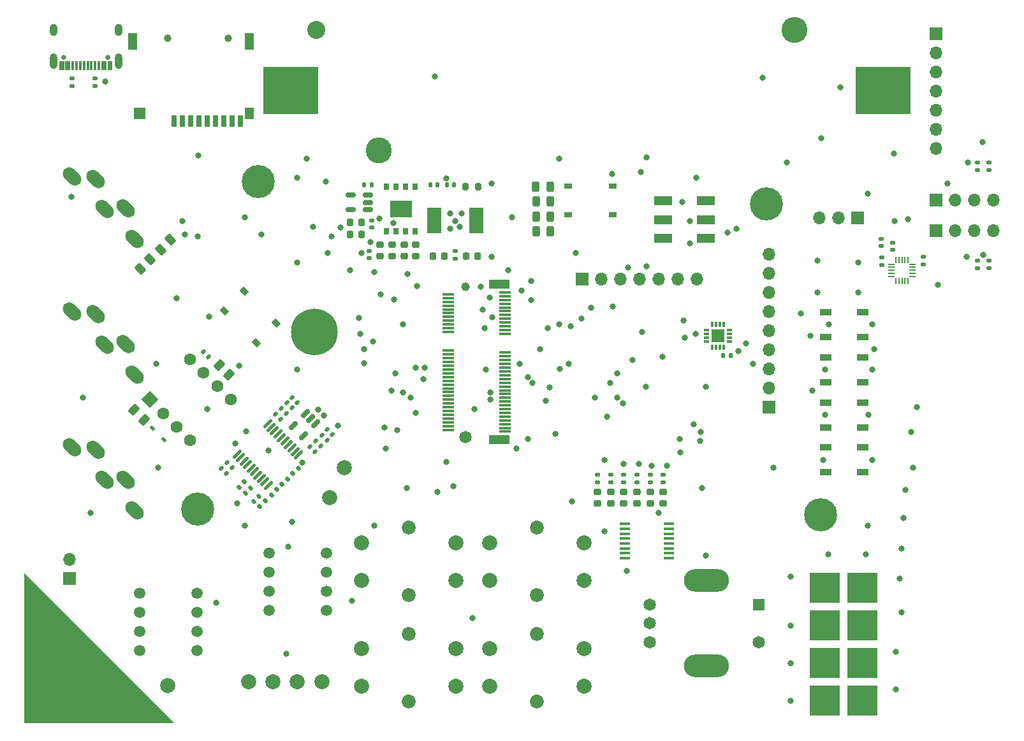
<source format=gbr>
%TF.GenerationSoftware,KiCad,Pcbnew,(6.0.5)*%
%TF.CreationDate,2022-06-20T23:01:54+02:00*%
%TF.ProjectId,clarinoid-devboard,636c6172-696e-46f6-9964-2d646576626f,rev?*%
%TF.SameCoordinates,Original*%
%TF.FileFunction,Soldermask,Top*%
%TF.FilePolarity,Negative*%
%FSLAX46Y46*%
G04 Gerber Fmt 4.6, Leading zero omitted, Abs format (unit mm)*
G04 Created by KiCad (PCBNEW (6.0.5)) date 2022-06-20 23:01:54*
%MOMM*%
%LPD*%
G01*
G04 APERTURE LIST*
G04 Aperture macros list*
%AMRoundRect*
0 Rectangle with rounded corners*
0 $1 Rounding radius*
0 $2 $3 $4 $5 $6 $7 $8 $9 X,Y pos of 4 corners*
0 Add a 4 corners polygon primitive as box body*
4,1,4,$2,$3,$4,$5,$6,$7,$8,$9,$2,$3,0*
0 Add four circle primitives for the rounded corners*
1,1,$1+$1,$2,$3*
1,1,$1+$1,$4,$5*
1,1,$1+$1,$6,$7*
1,1,$1+$1,$8,$9*
0 Add four rect primitives between the rounded corners*
20,1,$1+$1,$2,$3,$4,$5,0*
20,1,$1+$1,$4,$5,$6,$7,0*
20,1,$1+$1,$6,$7,$8,$9,0*
20,1,$1+$1,$8,$9,$2,$3,0*%
%AMHorizOval*
0 Thick line with rounded ends*
0 $1 width*
0 $2 $3 position (X,Y) of the first rounded end (center of the circle)*
0 $4 $5 position (X,Y) of the second rounded end (center of the circle)*
0 Add line between two ends*
20,1,$1,$2,$3,$4,$5,0*
0 Add two circle primitives to create the rounded ends*
1,1,$1,$2,$3*
1,1,$1,$4,$5*%
%AMRotRect*
0 Rectangle, with rotation*
0 The origin of the aperture is its center*
0 $1 length*
0 $2 width*
0 $3 Rotation angle, in degrees counterclockwise*
0 Add horizontal line*
21,1,$1,$2,0,0,$3*%
%AMFreePoly0*
4,1,14,0.354215,0.088284,0.450784,-0.008285,0.462500,-0.036569,0.462500,-0.060000,0.450784,-0.088284,0.422500,-0.100000,-0.422500,-0.100000,-0.450784,-0.088284,-0.462500,-0.060000,-0.462500,0.060000,-0.450784,0.088284,-0.422500,0.100000,0.325931,0.100000,0.354215,0.088284,0.354215,0.088284,$1*%
%AMFreePoly1*
4,1,14,0.450784,0.088284,0.462500,0.060000,0.462500,0.036569,0.450784,0.008285,0.354215,-0.088284,0.325931,-0.100000,-0.422500,-0.100000,-0.450784,-0.088284,-0.462500,-0.060000,-0.462500,0.060000,-0.450784,0.088284,-0.422500,0.100000,0.422500,0.100000,0.450784,0.088284,0.450784,0.088284,$1*%
%AMFreePoly2*
4,1,14,0.088284,0.450784,0.100000,0.422500,0.100000,-0.422500,0.088284,-0.450784,0.060000,-0.462500,-0.060000,-0.462500,-0.088284,-0.450784,-0.100000,-0.422500,-0.100000,0.325931,-0.088284,0.354215,0.008285,0.450784,0.036569,0.462500,0.060000,0.462500,0.088284,0.450784,0.088284,0.450784,$1*%
%AMFreePoly3*
4,1,14,-0.008285,0.450784,0.088284,0.354215,0.100000,0.325931,0.100000,-0.422500,0.088284,-0.450784,0.060000,-0.462500,-0.060000,-0.462500,-0.088284,-0.450784,-0.100000,-0.422500,-0.100000,0.422500,-0.088284,0.450784,-0.060000,0.462500,-0.036569,0.462500,-0.008285,0.450784,-0.008285,0.450784,$1*%
%AMFreePoly4*
4,1,14,0.450784,0.088284,0.462500,0.060000,0.462500,-0.060000,0.450784,-0.088284,0.422500,-0.100000,-0.325931,-0.100000,-0.354215,-0.088284,-0.450784,0.008285,-0.462500,0.036569,-0.462500,0.060000,-0.450784,0.088284,-0.422500,0.100000,0.422500,0.100000,0.450784,0.088284,0.450784,0.088284,$1*%
%AMFreePoly5*
4,1,14,0.450784,0.088284,0.462500,0.060000,0.462500,-0.060000,0.450784,-0.088284,0.422500,-0.100000,-0.422500,-0.100000,-0.450784,-0.088284,-0.462500,-0.060000,-0.462500,-0.036569,-0.450784,-0.008285,-0.354215,0.088284,-0.325931,0.100000,0.422500,0.100000,0.450784,0.088284,0.450784,0.088284,$1*%
%AMFreePoly6*
4,1,14,0.088284,0.450784,0.100000,0.422500,0.100000,-0.325931,0.088284,-0.354215,-0.008285,-0.450784,-0.036569,-0.462500,-0.060000,-0.462500,-0.088284,-0.450784,-0.100000,-0.422500,-0.100000,0.422500,-0.088284,0.450784,-0.060000,0.462500,0.060000,0.462500,0.088284,0.450784,0.088284,0.450784,$1*%
%AMFreePoly7*
4,1,14,0.088284,0.450784,0.100000,0.422500,0.100000,-0.422500,0.088284,-0.450784,0.060000,-0.462500,0.036569,-0.462500,0.008285,-0.450784,-0.088284,-0.354215,-0.100000,-0.325931,-0.100000,0.422500,-0.088284,0.450784,-0.060000,0.462500,0.060000,0.462500,0.088284,0.450784,0.088284,0.450784,$1*%
G04 Aperture macros list end*
%ADD10C,0.000000*%
%ADD11R,1.500000X0.900000*%
%ADD12RoundRect,0.218750X0.256250X-0.218750X0.256250X0.218750X-0.256250X0.218750X-0.256250X-0.218750X0*%
%ADD13RoundRect,0.140000X-0.219203X-0.021213X-0.021213X-0.219203X0.219203X0.021213X0.021213X0.219203X0*%
%ADD14RoundRect,0.225000X0.225000X0.250000X-0.225000X0.250000X-0.225000X-0.250000X0.225000X-0.250000X0*%
%ADD15RoundRect,0.135000X0.185000X-0.135000X0.185000X0.135000X-0.185000X0.135000X-0.185000X-0.135000X0*%
%ADD16R,1.700000X1.700000*%
%ADD17O,1.700000X1.700000*%
%ADD18RoundRect,0.225000X-0.250000X0.225000X-0.250000X-0.225000X0.250000X-0.225000X0.250000X0.225000X0*%
%ADD19RotRect,0.600000X0.450000X315.000000*%
%ADD20C,2.000000*%
%ADD21RotRect,1.600000X1.600000X45.000000*%
%ADD22HorizOval,1.600000X0.000000X0.000000X0.000000X0.000000X0*%
%ADD23RoundRect,0.140000X0.170000X-0.140000X0.170000X0.140000X-0.170000X0.140000X-0.170000X-0.140000X0*%
%ADD24RoundRect,0.135000X0.135000X0.185000X-0.135000X0.185000X-0.135000X-0.185000X0.135000X-0.185000X0*%
%ADD25R,1.475000X0.450000*%
%ADD26C,6.200000*%
%ADD27R,0.700000X0.950000*%
%ADD28R,2.850000X2.250000*%
%ADD29R,2.375000X1.300000*%
%ADD30RoundRect,0.140000X0.021213X-0.219203X0.219203X-0.021213X-0.021213X0.219203X-0.219203X0.021213X0*%
%ADD31C,1.850000*%
%ADD32C,3.450000*%
%ADD33C,2.390000*%
%ADD34R,7.340000X6.350000*%
%ADD35R,1.850000X3.500000*%
%ADD36RoundRect,0.135000X-0.185000X0.135000X-0.185000X-0.135000X0.185000X-0.135000X0.185000X0.135000X0*%
%ADD37C,1.500000*%
%ADD38RoundRect,0.243750X0.243750X0.456250X-0.243750X0.456250X-0.243750X-0.456250X0.243750X-0.456250X0*%
%ADD39RoundRect,0.140000X0.140000X0.170000X-0.140000X0.170000X-0.140000X-0.170000X0.140000X-0.170000X0*%
%ADD40HorizOval,1.700000X0.388909X-0.388909X-0.388909X0.388909X0*%
%ADD41C,0.300000*%
%ADD42RoundRect,0.140000X0.219203X0.021213X0.021213X0.219203X-0.219203X-0.021213X-0.021213X-0.219203X0*%
%ADD43RoundRect,0.243750X-0.243750X-0.456250X0.243750X-0.456250X0.243750X0.456250X-0.243750X0.456250X0*%
%ADD44RoundRect,0.150000X0.512500X0.150000X-0.512500X0.150000X-0.512500X-0.150000X0.512500X-0.150000X0*%
%ADD45RoundRect,0.135000X-0.035355X0.226274X-0.226274X0.035355X0.035355X-0.226274X0.226274X-0.035355X0*%
%ADD46HorizOval,4.500000X-1.590990X1.590990X1.590990X-1.590990X0*%
%ADD47RoundRect,0.250000X0.132583X-0.503814X0.503814X-0.132583X-0.132583X0.503814X-0.503814X0.132583X0*%
%ADD48RoundRect,0.250000X0.503814X0.132583X0.132583X0.503814X-0.503814X-0.132583X-0.132583X-0.503814X0*%
%ADD49FreePoly0,270.000000*%
%ADD50RoundRect,0.050000X-0.050000X0.412500X-0.050000X-0.412500X0.050000X-0.412500X0.050000X0.412500X0*%
%ADD51FreePoly1,270.000000*%
%ADD52FreePoly2,270.000000*%
%ADD53RoundRect,0.050000X-0.412500X0.050000X-0.412500X-0.050000X0.412500X-0.050000X0.412500X0.050000X0*%
%ADD54FreePoly3,270.000000*%
%ADD55FreePoly4,270.000000*%
%ADD56FreePoly5,270.000000*%
%ADD57FreePoly6,270.000000*%
%ADD58FreePoly7,270.000000*%
%ADD59C,1.000000*%
%ADD60R,0.700000X1.600000*%
%ADD61R,1.200000X1.500000*%
%ADD62R,1.200000X2.200000*%
%ADD63R,1.600000X1.500000*%
%ADD64RoundRect,0.135000X0.035355X-0.226274X0.226274X-0.035355X-0.035355X0.226274X-0.226274X0.035355X0*%
%ADD65RoundRect,0.100000X-0.380070X-0.521491X0.521491X0.380070X0.380070X0.521491X-0.521491X-0.380070X0*%
%ADD66R,0.300000X0.800000*%
%ADD67R,0.800000X0.300000*%
%ADD68R,1.800000X1.800000*%
%ADD69C,0.650000*%
%ADD70R,0.300000X1.150000*%
%ADD71O,1.000000X1.600000*%
%ADD72O,1.000000X2.100000*%
%ADD73C,1.150000*%
%ADD74C,1.650000*%
%ADD75R,1.550000X0.300000*%
%ADD76R,2.750000X1.200000*%
%ADD77RoundRect,0.200000X0.200000X0.275000X-0.200000X0.275000X-0.200000X-0.275000X0.200000X-0.275000X0*%
%ADD78RoundRect,0.225000X-0.225000X-0.250000X0.225000X-0.250000X0.225000X0.250000X-0.225000X0.250000X0*%
%ADD79RoundRect,0.140000X-0.140000X-0.170000X0.140000X-0.170000X0.140000X0.170000X-0.140000X0.170000X0*%
%ADD80R,1.000000X0.750000*%
%ADD81R,1.650000X1.650000*%
%ADD82O,6.000000X3.000000*%
%ADD83RoundRect,0.250000X-0.503814X-0.132583X-0.132583X-0.503814X0.503814X0.132583X0.132583X0.503814X0*%
%ADD84RotRect,1.000000X0.750000X315.000000*%
%ADD85RoundRect,0.150000X0.256326X0.468458X-0.468458X-0.256326X-0.256326X-0.468458X0.468458X0.256326X0*%
%ADD86C,4.400000*%
%ADD87C,0.800000*%
G04 APERTURE END LIST*
D10*
G36*
X106660804Y-120447034D02*
G01*
X86660804Y-120447034D01*
X86660804Y-100447034D01*
X106660804Y-120447034D01*
G37*
%TO.C,U5*%
G36*
X195910804Y-109447034D02*
G01*
X199910804Y-109447034D01*
X199910804Y-105447034D01*
X195910804Y-105447034D01*
X195910804Y-109447034D01*
G37*
G36*
X190910804Y-104447034D02*
G01*
X194910804Y-104447034D01*
X194910804Y-100447034D01*
X190910804Y-100447034D01*
X190910804Y-104447034D01*
G37*
G36*
X195910804Y-114447034D02*
G01*
X199910804Y-114447034D01*
X199910804Y-110447034D01*
X195910804Y-110447034D01*
X195910804Y-114447034D01*
G37*
G36*
X190910804Y-119447034D02*
G01*
X194910804Y-119447034D01*
X194910804Y-115447034D01*
X190910804Y-115447034D01*
X190910804Y-119447034D01*
G37*
G36*
X195910804Y-104447034D02*
G01*
X199910804Y-104447034D01*
X199910804Y-100447034D01*
X195910804Y-100447034D01*
X195910804Y-104447034D01*
G37*
G36*
X195910804Y-119447034D02*
G01*
X199910804Y-119447034D01*
X199910804Y-115447034D01*
X195910804Y-115447034D01*
X195910804Y-119447034D01*
G37*
G36*
X190910804Y-114447034D02*
G01*
X194910804Y-114447034D01*
X194910804Y-110447034D01*
X190910804Y-110447034D01*
X190910804Y-114447034D01*
G37*
G36*
X190910804Y-109447034D02*
G01*
X194910804Y-109447034D01*
X194910804Y-105447034D01*
X190910804Y-105447034D01*
X190910804Y-109447034D01*
G37*
%TD*%
D11*
%TO.C,D15*%
X193060804Y-65797034D03*
X193060804Y-69097034D03*
X197960804Y-69097034D03*
X197960804Y-65797034D03*
%TD*%
%TO.C,D14*%
X193060804Y-71797034D03*
X193060804Y-75097034D03*
X197960804Y-75097034D03*
X197960804Y-71797034D03*
%TD*%
%TO.C,D13*%
X193060804Y-77797034D03*
X193060804Y-81097034D03*
X197960804Y-81097034D03*
X197960804Y-77797034D03*
%TD*%
%TO.C,D12*%
X193060804Y-83797034D03*
X193060804Y-87097034D03*
X197960804Y-87097034D03*
X197960804Y-83797034D03*
%TD*%
D12*
%TO.C,D5*%
X171493312Y-91247042D03*
X171493312Y-89672042D03*
%TD*%
D13*
%TO.C,C4*%
X126883077Y-81371386D03*
X127561899Y-82050208D03*
%TD*%
D14*
%TO.C,C28*%
X131420804Y-55512034D03*
X129870804Y-55512034D03*
%TD*%
D15*
%TO.C,R38*%
X164493312Y-88459542D03*
X164493312Y-87439542D03*
%TD*%
D16*
%TO.C,J14*%
X185566565Y-78397523D03*
D17*
X185566565Y-75857523D03*
X185566565Y-73317523D03*
X185566565Y-70777523D03*
X185566565Y-68237523D03*
X185566565Y-65697523D03*
X185566565Y-63157523D03*
X185566565Y-60617523D03*
X185566565Y-58077523D03*
%TD*%
D18*
%TO.C,C21*%
X135460804Y-56797034D03*
X135460804Y-58347034D03*
%TD*%
D12*
%TO.C,D7*%
X169743312Y-91247042D03*
X169743312Y-89672042D03*
%TD*%
D15*
%TO.C,R35*%
X169743312Y-88459542D03*
X169743312Y-87439542D03*
%TD*%
%TO.C,R40*%
X213198312Y-46934542D03*
X213198312Y-45914542D03*
%TD*%
D19*
%TO.C,D6*%
X103675702Y-81230055D03*
X105160626Y-82714979D03*
%TD*%
D16*
%TO.C,J7*%
X92660804Y-101197034D03*
D17*
X92660804Y-98657034D03*
%TD*%
D20*
%TO.C,TP4*%
X122910804Y-114947034D03*
%TD*%
D21*
%TO.C,U8*%
X103286793Y-77447034D03*
D22*
X105082844Y-79243085D03*
X106878895Y-81039136D03*
X108674947Y-82835188D03*
X114063100Y-77447034D03*
X112267049Y-75650983D03*
X110470998Y-73854932D03*
X108674947Y-72058880D03*
%TD*%
D23*
%TO.C,C23*%
X132460804Y-58657034D03*
X132460804Y-57697034D03*
%TD*%
D24*
%TO.C,R10*%
X132770804Y-48912034D03*
X131750804Y-48912034D03*
%TD*%
D23*
%TO.C,C26*%
X132745804Y-54572034D03*
X132745804Y-53612034D03*
%TD*%
D13*
%TO.C,C14*%
X122226946Y-77146256D03*
X122905768Y-77825078D03*
%TD*%
D23*
%TO.C,C25*%
X200468792Y-57032042D03*
X200468792Y-56072042D03*
%TD*%
D12*
%TO.C,D9*%
X166243312Y-91237042D03*
X166243312Y-89662042D03*
%TD*%
D14*
%TO.C,C18*%
X142435804Y-58397034D03*
X140885804Y-58397034D03*
%TD*%
D18*
%TO.C,C20*%
X137060804Y-56797034D03*
X137060804Y-58347034D03*
%TD*%
D25*
%TO.C,IC1*%
X166385312Y-93934542D03*
X166385312Y-94584542D03*
X166385312Y-95234542D03*
X166385312Y-95884542D03*
X166385312Y-96534542D03*
X166385312Y-97184542D03*
X166385312Y-97834542D03*
X166385312Y-98484542D03*
X172261312Y-98484542D03*
X172261312Y-97834542D03*
X172261312Y-97184542D03*
X172261312Y-96534542D03*
X172261312Y-95884542D03*
X172261312Y-95234542D03*
X172261312Y-94584542D03*
X172261312Y-93934542D03*
%TD*%
D26*
%TO.C,H1*%
X125198312Y-68434542D03*
%TD*%
D27*
%TO.C,IC2*%
X138560804Y-49097034D03*
X137290804Y-49097034D03*
X136020804Y-49097034D03*
X134750804Y-49097034D03*
X134750804Y-55047034D03*
X136020804Y-55047034D03*
X137290804Y-55047034D03*
X138560804Y-55047034D03*
D28*
X136655804Y-52072034D03*
%TD*%
D29*
%TO.C,U10*%
X177118804Y-51032034D03*
X177118804Y-53532034D03*
X177118804Y-56032034D03*
X171492804Y-56032034D03*
X171492804Y-53532034D03*
X171492804Y-51032034D03*
%TD*%
D30*
%TO.C,C12*%
X117099730Y-90977956D03*
X117778552Y-90299134D03*
%TD*%
D31*
%TO.C,SW4*%
X137698312Y-117534542D03*
X137698312Y-108534542D03*
D20*
X143948312Y-115534542D03*
X131448312Y-115534542D03*
X143948312Y-110534542D03*
X131448312Y-110534542D03*
%TD*%
D32*
%TO.C,BT1*%
X188918304Y-28346568D03*
D33*
X125388304Y-28346568D03*
D32*
X133718304Y-44346568D03*
D34*
X121988304Y-36346568D03*
X200648304Y-36346568D03*
%TD*%
D35*
%TO.C,L1*%
X141060804Y-53612034D03*
X146660804Y-53612034D03*
%TD*%
D36*
%TO.C,R4*%
X205993312Y-58439542D03*
X205993312Y-59459542D03*
%TD*%
D37*
%TO.C,SW8*%
X126780804Y-105447034D03*
X126780804Y-102907034D03*
X126780804Y-100367034D03*
X126780804Y-97827034D03*
X119160804Y-97827034D03*
X119160804Y-100367034D03*
X119160804Y-102907034D03*
X119160804Y-105447034D03*
%TD*%
D31*
%TO.C,SW3*%
X137698312Y-103434542D03*
X137698312Y-94434542D03*
D20*
X143948312Y-101434542D03*
X131448312Y-101434542D03*
X143948312Y-96434542D03*
X131448312Y-96434542D03*
%TD*%
D15*
%TO.C,R41*%
X214698312Y-46944542D03*
X214698312Y-45924542D03*
%TD*%
D12*
%TO.C,D11*%
X162743312Y-91237042D03*
X162743312Y-89662042D03*
%TD*%
D38*
%TO.C,D1*%
X156518304Y-55096568D03*
X154643304Y-55096568D03*
%TD*%
D39*
%TO.C,C15*%
X143740804Y-48897034D03*
X142780804Y-48897034D03*
%TD*%
D40*
%TO.C,J10*%
X92973798Y-65760028D03*
X96120423Y-66078226D03*
X97322505Y-70108735D03*
X100080221Y-70038024D03*
X101317658Y-74103888D03*
%TD*%
D41*
%TO.C,U5*%
X194410804Y-100947034D03*
X191410804Y-118947034D03*
X193410804Y-105947034D03*
X191410804Y-107447034D03*
X198410804Y-110947034D03*
X194410804Y-112447034D03*
X193410804Y-118947034D03*
X193410804Y-103947034D03*
X192410804Y-105947034D03*
X199410804Y-100947034D03*
X198410804Y-107447034D03*
X191410804Y-103947034D03*
X197410804Y-118947034D03*
X193410804Y-107447034D03*
X198410804Y-103947034D03*
X198410804Y-105947034D03*
X199410804Y-102447034D03*
X192410804Y-112447034D03*
X192410804Y-118947034D03*
X193410804Y-110947034D03*
X196410804Y-117447034D03*
X197410804Y-102447034D03*
X197410804Y-100947034D03*
X191410804Y-105947034D03*
X194410804Y-105947034D03*
X199410804Y-118947034D03*
X191410804Y-112447034D03*
X196410804Y-108947034D03*
X198410804Y-100947034D03*
X191410804Y-110947034D03*
X197410804Y-117447034D03*
X193410804Y-113947034D03*
X194410804Y-107447034D03*
X194410804Y-108947034D03*
X192410804Y-110947034D03*
X196410804Y-103947034D03*
X199410804Y-112447034D03*
X193410804Y-108947034D03*
X196410804Y-115947034D03*
X199410804Y-110947034D03*
X192410804Y-100947034D03*
X199410804Y-107447034D03*
X199410804Y-108947034D03*
X191410804Y-108947034D03*
X198410804Y-117447034D03*
X194410804Y-110947034D03*
X194410804Y-113947034D03*
X191410804Y-115947034D03*
X194410804Y-117447034D03*
X192410804Y-108947034D03*
X194410804Y-102447034D03*
X198410804Y-118947034D03*
X199410804Y-115947034D03*
X192410804Y-103947034D03*
X197410804Y-103947034D03*
X197410804Y-107447034D03*
X193410804Y-102447034D03*
X193410804Y-115947034D03*
X196410804Y-100947034D03*
X192410804Y-117447034D03*
X197410804Y-112447034D03*
X191410804Y-113947034D03*
X191410804Y-100947034D03*
X197410804Y-110947034D03*
X197410804Y-115947034D03*
X192410804Y-102447034D03*
X198410804Y-115947034D03*
X193410804Y-100947034D03*
X199410804Y-117447034D03*
X196410804Y-110947034D03*
X198410804Y-108947034D03*
X191410804Y-102447034D03*
X197410804Y-113947034D03*
X193410804Y-117447034D03*
X196410804Y-102447034D03*
X192410804Y-115947034D03*
X196410804Y-107447034D03*
X192410804Y-113947034D03*
X197410804Y-105947034D03*
X196410804Y-118947034D03*
X194410804Y-103947034D03*
X194410804Y-118947034D03*
X199410804Y-105947034D03*
X196410804Y-113947034D03*
X196410804Y-112447034D03*
X199410804Y-103947034D03*
X198410804Y-102447034D03*
X193410804Y-112447034D03*
X198410804Y-113947034D03*
X197410804Y-108947034D03*
X199410804Y-113947034D03*
X191410804Y-117447034D03*
X198410804Y-112447034D03*
X194410804Y-115947034D03*
X196410804Y-105947034D03*
X192410804Y-107447034D03*
%TD*%
D13*
%TO.C,C27*%
X110442714Y-71026505D03*
X111121536Y-71705327D03*
%TD*%
D42*
%TO.C,C8*%
X113501248Y-87229599D03*
X112822426Y-86550777D03*
%TD*%
%TO.C,C5*%
X126017038Y-83623354D03*
X125338216Y-82944532D03*
%TD*%
D30*
%TO.C,C9*%
X115982501Y-89832443D03*
X116661323Y-89153621D03*
%TD*%
D16*
%TO.C,J5*%
X207698312Y-50934542D03*
D17*
X210238312Y-50934542D03*
X212778312Y-50934542D03*
X215318312Y-50934542D03*
%TD*%
D12*
%TO.C,D8*%
X167993312Y-91237042D03*
X167993312Y-89662042D03*
%TD*%
D43*
%TO.C,D2*%
X154643304Y-53096568D03*
X156518304Y-53096568D03*
%TD*%
D44*
%TO.C,U11*%
X132283304Y-52162034D03*
X132283304Y-51212034D03*
X132283304Y-50262034D03*
X130008304Y-50262034D03*
X130008304Y-52162034D03*
%TD*%
D45*
%TO.C,R6*%
X118613630Y-90913626D03*
X117892382Y-91634874D03*
%TD*%
D31*
%TO.C,SW2*%
X154698312Y-103434542D03*
X154698312Y-94434542D03*
D20*
X160948312Y-101434542D03*
X148448312Y-101434542D03*
X160948312Y-96434542D03*
X148448312Y-96434542D03*
%TD*%
D23*
%TO.C,C24*%
X201993312Y-57539542D03*
X201993312Y-56579542D03*
%TD*%
D13*
%TO.C,C11*%
X121519839Y-77853363D03*
X122198661Y-78532185D03*
%TD*%
D15*
%TO.C,R34*%
X171493312Y-88459542D03*
X171493312Y-87439542D03*
%TD*%
D42*
%TO.C,C6*%
X125225078Y-84387029D03*
X124546256Y-83708207D03*
%TD*%
D20*
%TO.C,TP2*%
X119660804Y-114947034D03*
%TD*%
D18*
%TO.C,C17*%
X138660804Y-56797034D03*
X138660804Y-58347034D03*
%TD*%
D46*
%TO.C,TP7*%
X94160804Y-112947034D03*
%TD*%
D47*
%TO.C,R21*%
X102015569Y-60092269D03*
X103306039Y-58801799D03*
%TD*%
D20*
%TO.C,TP1*%
X116410804Y-114947034D03*
%TD*%
D48*
%TO.C,R22*%
X113840362Y-74141310D03*
X112549892Y-72850840D03*
%TD*%
D43*
%TO.C,D4*%
X154580804Y-49096568D03*
X156455804Y-49096568D03*
%TD*%
D15*
%TO.C,R37*%
X166243312Y-88459542D03*
X166243312Y-87439542D03*
%TD*%
D49*
%TO.C,U4*%
X203993312Y-58852042D03*
D50*
X203593312Y-58852042D03*
X203193312Y-58852042D03*
X202793312Y-58852042D03*
D51*
X202393312Y-58852042D03*
D52*
X201805812Y-59439542D03*
D53*
X201805812Y-59839542D03*
X201805812Y-60239542D03*
X201805812Y-60639542D03*
D54*
X201805812Y-61039542D03*
D55*
X202393312Y-61627042D03*
D50*
X202793312Y-61627042D03*
X203193312Y-61627042D03*
X203593312Y-61627042D03*
D56*
X203993312Y-61627042D03*
D57*
X204580812Y-61039542D03*
D53*
X204580812Y-60639542D03*
X204580812Y-60239542D03*
X204580812Y-59839542D03*
D58*
X204580812Y-59439542D03*
%TD*%
D36*
%TO.C,R11*%
X143860804Y-57687034D03*
X143860804Y-58707034D03*
%TD*%
D59*
%TO.C,J3*%
X105725000Y-29437500D03*
X113725000Y-29437500D03*
D60*
X106525000Y-40437500D03*
X107625000Y-40437500D03*
X108725000Y-40437500D03*
X109825000Y-40437500D03*
X110925000Y-40437500D03*
X112025000Y-40437500D03*
X113125000Y-40437500D03*
X114225000Y-40437500D03*
X115325000Y-40437500D03*
D61*
X116525000Y-39437500D03*
D62*
X116525000Y-29837500D03*
X101025000Y-29837500D03*
D63*
X101925000Y-39437500D03*
%TD*%
D45*
%TO.C,R3*%
X123004763Y-86550777D03*
X122283515Y-87272025D03*
%TD*%
D16*
%TO.C,J4*%
X207723312Y-28834542D03*
D17*
X207723312Y-31374542D03*
X207723312Y-33914542D03*
X207723312Y-36454542D03*
X207723312Y-38994542D03*
X207723312Y-41534542D03*
X207723312Y-44074542D03*
%TD*%
D42*
%TO.C,C13*%
X121420844Y-79310003D03*
X120742022Y-78631181D03*
%TD*%
D40*
%TO.C,J1*%
X92973798Y-83760028D03*
X96120423Y-84078226D03*
X97322505Y-88108735D03*
X100080221Y-88038024D03*
X101317658Y-92103888D03*
%TD*%
D20*
%TO.C,TP3*%
X126160804Y-114947034D03*
%TD*%
%TO.C,TP8*%
X129160804Y-86447034D03*
%TD*%
D37*
%TO.C,SW9*%
X102005804Y-103165034D03*
X102005804Y-105705034D03*
X102005804Y-108245034D03*
X102005804Y-110785034D03*
X109625804Y-110785034D03*
X109625804Y-108245034D03*
X109625804Y-105705034D03*
X109625804Y-103165034D03*
%TD*%
D64*
%TO.C,R1*%
X119455088Y-90100452D03*
X120176336Y-89379204D03*
%TD*%
D12*
%TO.C,D10*%
X164493312Y-91247042D03*
X164493312Y-89672042D03*
%TD*%
D13*
%TO.C,C3*%
X126138931Y-82115533D03*
X126817753Y-82794355D03*
%TD*%
D15*
%TO.C,R7*%
X93018304Y-35746568D03*
X93018304Y-34726568D03*
%TD*%
D65*
%TO.C,U1*%
X114903088Y-84689318D03*
X115362707Y-85148937D03*
X115822326Y-85608557D03*
X116281946Y-86068176D03*
X116741565Y-86527795D03*
X117201185Y-86987415D03*
X117660804Y-87447034D03*
X118120423Y-87906654D03*
X118580043Y-88366273D03*
X119039662Y-88825892D03*
X123087848Y-84777706D03*
X122628229Y-84318087D03*
X122168610Y-83858467D03*
X121708990Y-83398848D03*
X121249371Y-82939229D03*
X120789751Y-82479609D03*
X120330132Y-82019990D03*
X119870513Y-81560370D03*
X119410893Y-81100751D03*
X118951274Y-80641132D03*
%TD*%
D15*
%TO.C,R8*%
X96018304Y-35746568D03*
X96018304Y-34726568D03*
%TD*%
D20*
%TO.C,TP5*%
X105660804Y-115447034D03*
%TD*%
D38*
%TO.C,D3*%
X156518304Y-51096568D03*
X154643304Y-51096568D03*
%TD*%
D16*
%TO.C,J12*%
X160760804Y-61447034D03*
D17*
X163300804Y-61447034D03*
X165840804Y-61447034D03*
X168380804Y-61447034D03*
X170920804Y-61447034D03*
X173460804Y-61447034D03*
X176000804Y-61447034D03*
%TD*%
D66*
%TO.C,IC4*%
X178016565Y-70447523D03*
X178516565Y-70447523D03*
X179016565Y-70447523D03*
X179516565Y-70447523D03*
D67*
X180266565Y-69697523D03*
X180266565Y-69197523D03*
X180266565Y-68697523D03*
X180266565Y-68197523D03*
D66*
X179516565Y-67447523D03*
X179016565Y-67447523D03*
X178516565Y-67447523D03*
X178016565Y-67447523D03*
D67*
X177266565Y-68197523D03*
X177266565Y-68697523D03*
X177266565Y-69197523D03*
X177266565Y-69697523D03*
D68*
X178766565Y-68947523D03*
%TD*%
D36*
%TO.C,R13*%
X213198312Y-58934542D03*
X213198312Y-59954542D03*
%TD*%
D69*
%TO.C,J2*%
X91928304Y-31951568D03*
X97708304Y-31951568D03*
D70*
X98168304Y-33016568D03*
X97368304Y-33016568D03*
X96068304Y-33016568D03*
X95068304Y-33016568D03*
X94568304Y-33016568D03*
X93568304Y-33016568D03*
X92268304Y-33016568D03*
X91468304Y-33016568D03*
X91768304Y-33016568D03*
X92568304Y-33016568D03*
X93068304Y-33016568D03*
X94068304Y-33016568D03*
X95568304Y-33016568D03*
X96568304Y-33016568D03*
X97068304Y-33016568D03*
X97868304Y-33016568D03*
D71*
X90498304Y-28271568D03*
D72*
X99138304Y-32451568D03*
D71*
X99138304Y-28271568D03*
D72*
X90498304Y-32451568D03*
%TD*%
D31*
%TO.C,SW5*%
X154698312Y-117534542D03*
X154698312Y-108534542D03*
D20*
X160948312Y-115534542D03*
X148448312Y-115534542D03*
X160948312Y-110534542D03*
X148448312Y-110534542D03*
%TD*%
D16*
%TO.C,J6*%
X207698312Y-54934542D03*
D17*
X210238312Y-54934542D03*
X212778312Y-54934542D03*
X215318312Y-54934542D03*
%TD*%
D42*
%TO.C,C10*%
X120713737Y-80017109D03*
X120034915Y-79338287D03*
%TD*%
D15*
%TO.C,R36*%
X167993312Y-88459542D03*
X167993312Y-87439542D03*
%TD*%
D73*
%TO.C,U3*%
X145198312Y-62434542D03*
D74*
X145198312Y-82434542D03*
D75*
X150473312Y-63184542D03*
X142923312Y-63434542D03*
X150473312Y-63684542D03*
X142923312Y-63934542D03*
X150473312Y-64184542D03*
X142923312Y-64434542D03*
X150473312Y-64684542D03*
X142923312Y-64934542D03*
X150473312Y-65184542D03*
X142923312Y-65434542D03*
X150473312Y-65684542D03*
X142923312Y-65934542D03*
X150473312Y-66184542D03*
X142923312Y-66434542D03*
X150473312Y-66684542D03*
X142923312Y-66934542D03*
X150473312Y-67184542D03*
X142923312Y-67434542D03*
X150473312Y-67684542D03*
X142923312Y-67934542D03*
X150473312Y-68184542D03*
X142923312Y-68434542D03*
X150473312Y-68684542D03*
X142923312Y-70934542D03*
X150473312Y-71184542D03*
X142923312Y-71434542D03*
X150473312Y-71684542D03*
X142923312Y-71934542D03*
X150473312Y-72184542D03*
X142923312Y-72434542D03*
X150473312Y-72684542D03*
X142923312Y-72934542D03*
X150473312Y-73184542D03*
X142923312Y-73434542D03*
X150473312Y-73684542D03*
X142923312Y-73934542D03*
X150473312Y-74184542D03*
X142923312Y-74434542D03*
X150473312Y-74684542D03*
X142923312Y-74934542D03*
X150473312Y-75184542D03*
X142923312Y-75434542D03*
X150473312Y-75684542D03*
X142923312Y-75934542D03*
X150473312Y-76184542D03*
X142923312Y-76434542D03*
X150473312Y-76684542D03*
X142923312Y-76934542D03*
X150473312Y-77184542D03*
X142923312Y-77434542D03*
X150473312Y-77684542D03*
X142923312Y-77934542D03*
X150473312Y-78184542D03*
X142923312Y-78434542D03*
X150473312Y-78684542D03*
X142923312Y-78934542D03*
X150473312Y-79184542D03*
X142923312Y-79434542D03*
X150473312Y-79684542D03*
X142923312Y-79934542D03*
X150473312Y-80184542D03*
X142923312Y-80434542D03*
X150473312Y-80684542D03*
X142923312Y-80934542D03*
X150473312Y-81184542D03*
X142923312Y-81434542D03*
X150473312Y-81684542D03*
D76*
X149698312Y-62084542D03*
X149698312Y-82784542D03*
%TD*%
D40*
%TO.C,J11*%
X92973798Y-47760028D03*
X96120423Y-48078226D03*
X97322505Y-52108735D03*
X100080221Y-52038024D03*
X101317658Y-56103888D03*
%TD*%
D77*
%TO.C,R9*%
X146885804Y-49097034D03*
X145235804Y-49097034D03*
%TD*%
D45*
%TO.C,R5*%
X115890577Y-88368733D03*
X115169329Y-89089981D03*
%TD*%
D18*
%TO.C,C22*%
X133860804Y-56797034D03*
X133860804Y-58347034D03*
%TD*%
D45*
%TO.C,R2*%
X121597620Y-87957919D03*
X120876372Y-88679167D03*
%TD*%
D15*
%TO.C,R12*%
X200493312Y-59559542D03*
X200493312Y-58539542D03*
%TD*%
D78*
%TO.C,C19*%
X145285804Y-58397034D03*
X146835804Y-58397034D03*
%TD*%
D79*
%TO.C,C16*%
X140580804Y-48897034D03*
X141540804Y-48897034D03*
%TD*%
D47*
%TO.C,R20*%
X104773285Y-57475973D03*
X106063755Y-56185503D03*
%TD*%
D79*
%TO.C,C30*%
X179461565Y-71607523D03*
X180421565Y-71607523D03*
%TD*%
D36*
%TO.C,R14*%
X214698312Y-58934542D03*
X214698312Y-59954542D03*
%TD*%
D80*
%TO.C,SW1*%
X164823304Y-52822034D03*
X164823304Y-49072034D03*
X158823304Y-52822034D03*
X158823304Y-49072034D03*
%TD*%
D14*
%TO.C,C29*%
X131420804Y-53912034D03*
X129870804Y-53912034D03*
%TD*%
D20*
%TO.C,TP6*%
X127160804Y-90447034D03*
%TD*%
D81*
%TO.C,SW7*%
X184198312Y-104634542D03*
D74*
X184198312Y-109634542D03*
X169698312Y-104634542D03*
X169698312Y-109634542D03*
X169698312Y-107134542D03*
D82*
X177198312Y-101434542D03*
X177198312Y-112834542D03*
%TD*%
D13*
%TO.C,C7*%
X113600243Y-85772959D03*
X114279065Y-86451781D03*
%TD*%
D16*
%TO.C,U9*%
X197273312Y-53259542D03*
D17*
X194733312Y-53259542D03*
X192193312Y-53259542D03*
%TD*%
D15*
%TO.C,R39*%
X162743312Y-88459542D03*
X162743312Y-87439542D03*
%TD*%
D83*
%TO.C,R19*%
X101236184Y-78790537D03*
X102526654Y-80081007D03*
%TD*%
D84*
%TO.C,SW6*%
X115865309Y-62999888D03*
X113213658Y-65651539D03*
X120107950Y-67242529D03*
X117456299Y-69894180D03*
%TD*%
D85*
%TO.C,U7*%
X125315234Y-80605776D03*
X124643483Y-79934025D03*
X123971732Y-79262274D03*
X122363064Y-80870942D03*
X123706566Y-82214444D03*
%TD*%
D86*
%TO.C,H2*%
X192410804Y-92697034D03*
%TD*%
%TO.C,H4*%
X109698312Y-91934542D03*
%TD*%
%TO.C,H5*%
X185160804Y-51447034D03*
%TD*%
%TO.C,H3*%
X117698312Y-48434542D03*
%TD*%
D87*
X147260804Y-62447034D03*
X137510804Y-60697034D03*
X192760804Y-85447034D03*
X193010804Y-79447034D03*
X193010804Y-73447034D03*
X193510804Y-67447034D03*
X199260804Y-85447034D03*
X199260804Y-73447034D03*
X199510804Y-70697034D03*
X114669658Y-83232761D03*
X116083872Y-81677126D03*
X188410804Y-107447034D03*
X203410804Y-93197034D03*
X136910804Y-67447034D03*
X175910804Y-47947034D03*
X141160804Y-34447034D03*
X163660804Y-85447034D03*
X135650799Y-53972866D03*
X135948312Y-51684542D03*
X126660804Y-48447034D03*
X152448312Y-72684542D03*
X107660804Y-53697034D03*
X204410804Y-81697034D03*
X148660804Y-58447034D03*
X182493312Y-69949542D03*
X171993312Y-86199542D03*
X151993312Y-83949542D03*
X203160804Y-97197034D03*
X199260804Y-67447034D03*
X198621733Y-50051754D03*
X194993312Y-35949542D03*
X177160804Y-98197034D03*
X192493312Y-42699542D03*
X191981304Y-63197034D03*
X119065487Y-84203873D03*
X115910804Y-53197034D03*
X157160804Y-81947034D03*
X191260804Y-76197034D03*
X133760804Y-53347034D03*
X162410804Y-77197034D03*
X198660804Y-94197034D03*
X166243312Y-85949542D03*
X207993312Y-62199542D03*
X133160804Y-94197034D03*
X188410804Y-117447034D03*
X128655426Y-54552412D03*
X159910804Y-57947034D03*
X137410804Y-89197034D03*
X104160804Y-72697034D03*
X193410804Y-97947034D03*
X143198312Y-54684542D03*
X202160804Y-44697034D03*
X94410804Y-77197034D03*
X184660804Y-34697034D03*
X122910804Y-73447034D03*
X205160804Y-78447034D03*
X133160804Y-60447034D03*
X204660804Y-86447034D03*
X171410804Y-71697034D03*
X122910804Y-47947034D03*
X202910804Y-101197034D03*
X92910804Y-50447034D03*
X110910804Y-78697034D03*
X115910804Y-94197034D03*
X95410804Y-92447034D03*
X188410804Y-100947034D03*
X203160804Y-105697034D03*
X112160804Y-104447034D03*
X197410804Y-63197034D03*
X197410804Y-59197034D03*
X132591182Y-56516656D03*
X177160804Y-75697034D03*
X147910804Y-73447034D03*
X161910804Y-65197034D03*
X121410804Y-111197034D03*
X188410804Y-112447034D03*
X104410804Y-86447034D03*
X106910804Y-63947034D03*
X144698312Y-52684542D03*
X203660804Y-89447034D03*
X121660804Y-96947034D03*
X109660804Y-55697034D03*
X187910804Y-45947034D03*
X168243312Y-85949542D03*
X146410804Y-78697034D03*
X202410804Y-110947034D03*
X198760804Y-79447034D03*
X124160804Y-45447034D03*
X159410804Y-90947034D03*
X125660303Y-78740428D03*
X146160804Y-106447034D03*
X198410804Y-97947034D03*
X213910804Y-43197034D03*
X166660804Y-100197034D03*
X111160804Y-66447034D03*
X191010804Y-68947034D03*
X130160804Y-104197034D03*
X118160804Y-55447034D03*
X169160804Y-75697034D03*
X202410804Y-115947034D03*
X114910804Y-91197034D03*
X183410804Y-72697034D03*
X142660804Y-48046534D03*
X144448312Y-54434542D03*
X143198312Y-52684542D03*
X169993312Y-86199542D03*
X186160804Y-86447034D03*
X191981304Y-58947034D03*
X176660804Y-89197034D03*
X153910804Y-61697034D03*
X137443717Y-52179947D03*
X151410804Y-53197034D03*
X143860804Y-53697034D03*
X128328586Y-80880471D03*
X123547739Y-85829527D03*
X126455444Y-79536277D03*
X174160804Y-66947034D03*
X189743312Y-65949542D03*
X153493312Y-82699542D03*
X175543812Y-80699542D03*
X163993312Y-79699542D03*
X176493312Y-81699542D03*
X153524547Y-74426202D03*
X211743312Y-58449542D03*
X213993312Y-58199542D03*
X154160804Y-75197034D03*
X138825471Y-62303212D03*
X174993312Y-56699542D03*
X133993312Y-63449542D03*
X203993312Y-53449542D03*
X173993312Y-51199542D03*
X202243312Y-53699542D03*
X135739766Y-64100531D03*
X175774144Y-68686793D03*
X174343707Y-69232717D03*
X150942635Y-60250042D03*
X179993312Y-55199542D03*
X148425456Y-63884042D03*
X131065048Y-66542789D03*
X152660804Y-62947034D03*
X131743312Y-70699542D03*
X132993312Y-69699542D03*
X148743312Y-66449542D03*
X148660804Y-48747034D03*
X97410804Y-35197034D03*
X129910804Y-60197034D03*
X153910804Y-64197034D03*
X122910804Y-59197034D03*
X127410804Y-55697034D03*
X126910804Y-57947034D03*
X164660804Y-47447034D03*
X157660804Y-45447034D03*
X131760804Y-72547034D03*
X147743312Y-67949542D03*
X135910804Y-73947034D03*
X138660804Y-79197034D03*
X136910804Y-76447034D03*
X134660804Y-83947034D03*
X136160802Y-81447034D03*
X137910804Y-77197034D03*
X135410804Y-76197034D03*
X134453042Y-81165552D03*
X166861383Y-59852715D03*
X168543812Y-47199542D03*
X164791182Y-65077412D03*
X168660804Y-68447034D03*
X169243312Y-59699542D03*
X156410804Y-75786062D03*
X155910804Y-77584573D03*
X169243312Y-45199542D03*
X158910804Y-72697034D03*
X148493312Y-77449542D03*
X148493312Y-76449542D03*
X157743932Y-73374663D03*
X176410804Y-82947034D03*
X167410804Y-72197034D03*
X173660804Y-82697034D03*
X156160804Y-67949542D03*
X139850602Y-73197034D03*
X143660804Y-88947034D03*
X141493312Y-89697034D03*
X139660804Y-74697034D03*
X138660804Y-73197034D03*
X142660804Y-85697034D03*
X159160804Y-67697034D03*
X165410804Y-73947034D03*
X155160804Y-70697034D03*
X164410804Y-75197034D03*
X160660804Y-66697034D03*
X166166182Y-77941656D03*
X157660804Y-67447034D03*
X165410804Y-77197034D03*
X131243312Y-68699542D03*
X147493312Y-65449542D03*
X107993312Y-55449542D03*
X170910804Y-92447034D03*
X181243312Y-54699542D03*
X109750000Y-45000000D03*
X115160804Y-72947034D03*
X124993312Y-54449542D03*
X209243312Y-48699542D03*
X211910804Y-45947034D03*
X163660804Y-94947034D03*
X181493312Y-70949542D03*
X173743312Y-84449542D03*
X174993312Y-53699542D03*
X122160804Y-93697034D03*
X131410804Y-57947034D03*
M02*

</source>
